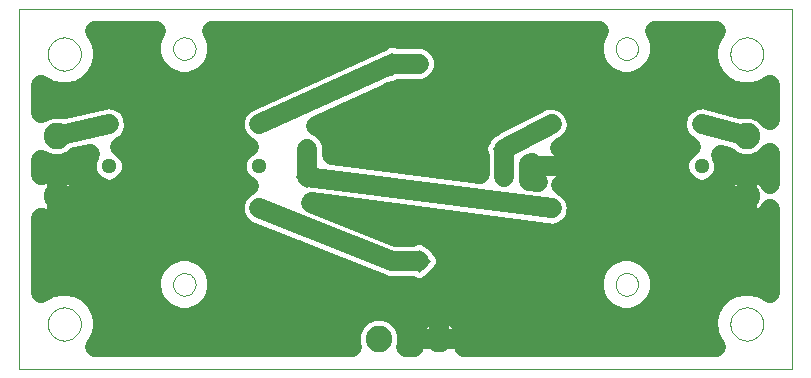
<source format=gtl>
G75*
G70*
%OFA0B0*%
%FSLAX24Y24*%
%IPPOS*%
%LPD*%
%AMOC8*
5,1,8,0,0,1.08239X$1,22.5*
%
%ADD10C,0.0000*%
%ADD11C,0.0512*%
%ADD12R,0.0554X0.0554*%
%ADD13C,0.0554*%
%ADD14C,0.0886*%
%ADD15C,0.0660*%
D10*
X000433Y000433D02*
X000433Y012433D01*
X026183Y012433D01*
X026183Y000433D01*
X000433Y000433D01*
X001382Y001933D02*
X001384Y001980D01*
X001390Y002026D01*
X001400Y002072D01*
X001413Y002117D01*
X001431Y002160D01*
X001452Y002202D01*
X001476Y002242D01*
X001504Y002279D01*
X001535Y002314D01*
X001569Y002347D01*
X001605Y002376D01*
X001644Y002402D01*
X001685Y002425D01*
X001728Y002444D01*
X001772Y002460D01*
X001817Y002472D01*
X001863Y002480D01*
X001910Y002484D01*
X001956Y002484D01*
X002003Y002480D01*
X002049Y002472D01*
X002094Y002460D01*
X002138Y002444D01*
X002181Y002425D01*
X002222Y002402D01*
X002261Y002376D01*
X002297Y002347D01*
X002331Y002314D01*
X002362Y002279D01*
X002390Y002242D01*
X002414Y002202D01*
X002435Y002160D01*
X002453Y002117D01*
X002466Y002072D01*
X002476Y002026D01*
X002482Y001980D01*
X002484Y001933D01*
X002482Y001886D01*
X002476Y001840D01*
X002466Y001794D01*
X002453Y001749D01*
X002435Y001706D01*
X002414Y001664D01*
X002390Y001624D01*
X002362Y001587D01*
X002331Y001552D01*
X002297Y001519D01*
X002261Y001490D01*
X002222Y001464D01*
X002181Y001441D01*
X002138Y001422D01*
X002094Y001406D01*
X002049Y001394D01*
X002003Y001386D01*
X001956Y001382D01*
X001910Y001382D01*
X001863Y001386D01*
X001817Y001394D01*
X001772Y001406D01*
X001728Y001422D01*
X001685Y001441D01*
X001644Y001464D01*
X001605Y001490D01*
X001569Y001519D01*
X001535Y001552D01*
X001504Y001587D01*
X001476Y001624D01*
X001452Y001664D01*
X001431Y001706D01*
X001413Y001749D01*
X001400Y001794D01*
X001390Y001840D01*
X001384Y001886D01*
X001382Y001933D01*
X005559Y003253D02*
X005561Y003291D01*
X005567Y003330D01*
X005577Y003367D01*
X005590Y003403D01*
X005608Y003437D01*
X005628Y003470D01*
X005652Y003500D01*
X005679Y003527D01*
X005709Y003552D01*
X005740Y003574D01*
X005774Y003592D01*
X005810Y003606D01*
X005847Y003617D01*
X005885Y003624D01*
X005923Y003627D01*
X005962Y003626D01*
X006000Y003621D01*
X006038Y003612D01*
X006074Y003599D01*
X006109Y003583D01*
X006142Y003563D01*
X006173Y003540D01*
X006201Y003514D01*
X006226Y003485D01*
X006249Y003454D01*
X006268Y003420D01*
X006283Y003385D01*
X006295Y003348D01*
X006303Y003311D01*
X006307Y003272D01*
X006307Y003234D01*
X006303Y003195D01*
X006295Y003158D01*
X006283Y003121D01*
X006268Y003086D01*
X006249Y003052D01*
X006226Y003021D01*
X006201Y002992D01*
X006173Y002966D01*
X006142Y002943D01*
X006109Y002923D01*
X006074Y002907D01*
X006038Y002894D01*
X006000Y002885D01*
X005962Y002880D01*
X005923Y002879D01*
X005885Y002882D01*
X005847Y002889D01*
X005810Y002900D01*
X005774Y002914D01*
X005740Y002932D01*
X005709Y002954D01*
X005679Y002979D01*
X005652Y003006D01*
X005628Y003036D01*
X005608Y003069D01*
X005590Y003103D01*
X005577Y003139D01*
X005567Y003176D01*
X005561Y003215D01*
X005559Y003253D01*
X020309Y003253D02*
X020311Y003291D01*
X020317Y003330D01*
X020327Y003367D01*
X020340Y003403D01*
X020358Y003437D01*
X020378Y003470D01*
X020402Y003500D01*
X020429Y003527D01*
X020459Y003552D01*
X020490Y003574D01*
X020524Y003592D01*
X020560Y003606D01*
X020597Y003617D01*
X020635Y003624D01*
X020673Y003627D01*
X020712Y003626D01*
X020750Y003621D01*
X020788Y003612D01*
X020824Y003599D01*
X020859Y003583D01*
X020892Y003563D01*
X020923Y003540D01*
X020951Y003514D01*
X020976Y003485D01*
X020999Y003454D01*
X021018Y003420D01*
X021033Y003385D01*
X021045Y003348D01*
X021053Y003311D01*
X021057Y003272D01*
X021057Y003234D01*
X021053Y003195D01*
X021045Y003158D01*
X021033Y003121D01*
X021018Y003086D01*
X020999Y003052D01*
X020976Y003021D01*
X020951Y002992D01*
X020923Y002966D01*
X020892Y002943D01*
X020859Y002923D01*
X020824Y002907D01*
X020788Y002894D01*
X020750Y002885D01*
X020712Y002880D01*
X020673Y002879D01*
X020635Y002882D01*
X020597Y002889D01*
X020560Y002900D01*
X020524Y002914D01*
X020490Y002932D01*
X020459Y002954D01*
X020429Y002979D01*
X020402Y003006D01*
X020378Y003036D01*
X020358Y003069D01*
X020340Y003103D01*
X020327Y003139D01*
X020317Y003176D01*
X020311Y003215D01*
X020309Y003253D01*
X024132Y001933D02*
X024134Y001980D01*
X024140Y002026D01*
X024150Y002072D01*
X024163Y002117D01*
X024181Y002160D01*
X024202Y002202D01*
X024226Y002242D01*
X024254Y002279D01*
X024285Y002314D01*
X024319Y002347D01*
X024355Y002376D01*
X024394Y002402D01*
X024435Y002425D01*
X024478Y002444D01*
X024522Y002460D01*
X024567Y002472D01*
X024613Y002480D01*
X024660Y002484D01*
X024706Y002484D01*
X024753Y002480D01*
X024799Y002472D01*
X024844Y002460D01*
X024888Y002444D01*
X024931Y002425D01*
X024972Y002402D01*
X025011Y002376D01*
X025047Y002347D01*
X025081Y002314D01*
X025112Y002279D01*
X025140Y002242D01*
X025164Y002202D01*
X025185Y002160D01*
X025203Y002117D01*
X025216Y002072D01*
X025226Y002026D01*
X025232Y001980D01*
X025234Y001933D01*
X025232Y001886D01*
X025226Y001840D01*
X025216Y001794D01*
X025203Y001749D01*
X025185Y001706D01*
X025164Y001664D01*
X025140Y001624D01*
X025112Y001587D01*
X025081Y001552D01*
X025047Y001519D01*
X025011Y001490D01*
X024972Y001464D01*
X024931Y001441D01*
X024888Y001422D01*
X024844Y001406D01*
X024799Y001394D01*
X024753Y001386D01*
X024706Y001382D01*
X024660Y001382D01*
X024613Y001386D01*
X024567Y001394D01*
X024522Y001406D01*
X024478Y001422D01*
X024435Y001441D01*
X024394Y001464D01*
X024355Y001490D01*
X024319Y001519D01*
X024285Y001552D01*
X024254Y001587D01*
X024226Y001624D01*
X024202Y001664D01*
X024181Y001706D01*
X024163Y001749D01*
X024150Y001794D01*
X024140Y001840D01*
X024134Y001886D01*
X024132Y001933D01*
X024132Y010933D02*
X024134Y010980D01*
X024140Y011026D01*
X024150Y011072D01*
X024163Y011117D01*
X024181Y011160D01*
X024202Y011202D01*
X024226Y011242D01*
X024254Y011279D01*
X024285Y011314D01*
X024319Y011347D01*
X024355Y011376D01*
X024394Y011402D01*
X024435Y011425D01*
X024478Y011444D01*
X024522Y011460D01*
X024567Y011472D01*
X024613Y011480D01*
X024660Y011484D01*
X024706Y011484D01*
X024753Y011480D01*
X024799Y011472D01*
X024844Y011460D01*
X024888Y011444D01*
X024931Y011425D01*
X024972Y011402D01*
X025011Y011376D01*
X025047Y011347D01*
X025081Y011314D01*
X025112Y011279D01*
X025140Y011242D01*
X025164Y011202D01*
X025185Y011160D01*
X025203Y011117D01*
X025216Y011072D01*
X025226Y011026D01*
X025232Y010980D01*
X025234Y010933D01*
X025232Y010886D01*
X025226Y010840D01*
X025216Y010794D01*
X025203Y010749D01*
X025185Y010706D01*
X025164Y010664D01*
X025140Y010624D01*
X025112Y010587D01*
X025081Y010552D01*
X025047Y010519D01*
X025011Y010490D01*
X024972Y010464D01*
X024931Y010441D01*
X024888Y010422D01*
X024844Y010406D01*
X024799Y010394D01*
X024753Y010386D01*
X024706Y010382D01*
X024660Y010382D01*
X024613Y010386D01*
X024567Y010394D01*
X024522Y010406D01*
X024478Y010422D01*
X024435Y010441D01*
X024394Y010464D01*
X024355Y010490D01*
X024319Y010519D01*
X024285Y010552D01*
X024254Y010587D01*
X024226Y010624D01*
X024202Y010664D01*
X024181Y010706D01*
X024163Y010749D01*
X024150Y010794D01*
X024140Y010840D01*
X024134Y010886D01*
X024132Y010933D01*
X020309Y011113D02*
X020311Y011151D01*
X020317Y011190D01*
X020327Y011227D01*
X020340Y011263D01*
X020358Y011297D01*
X020378Y011330D01*
X020402Y011360D01*
X020429Y011387D01*
X020459Y011412D01*
X020490Y011434D01*
X020524Y011452D01*
X020560Y011466D01*
X020597Y011477D01*
X020635Y011484D01*
X020673Y011487D01*
X020712Y011486D01*
X020750Y011481D01*
X020788Y011472D01*
X020824Y011459D01*
X020859Y011443D01*
X020892Y011423D01*
X020923Y011400D01*
X020951Y011374D01*
X020976Y011345D01*
X020999Y011314D01*
X021018Y011280D01*
X021033Y011245D01*
X021045Y011208D01*
X021053Y011171D01*
X021057Y011132D01*
X021057Y011094D01*
X021053Y011055D01*
X021045Y011018D01*
X021033Y010981D01*
X021018Y010946D01*
X020999Y010912D01*
X020976Y010881D01*
X020951Y010852D01*
X020923Y010826D01*
X020892Y010803D01*
X020859Y010783D01*
X020824Y010767D01*
X020788Y010754D01*
X020750Y010745D01*
X020712Y010740D01*
X020673Y010739D01*
X020635Y010742D01*
X020597Y010749D01*
X020560Y010760D01*
X020524Y010774D01*
X020490Y010792D01*
X020459Y010814D01*
X020429Y010839D01*
X020402Y010866D01*
X020378Y010896D01*
X020358Y010929D01*
X020340Y010963D01*
X020327Y010999D01*
X020317Y011036D01*
X020311Y011075D01*
X020309Y011113D01*
X005559Y011113D02*
X005561Y011151D01*
X005567Y011190D01*
X005577Y011227D01*
X005590Y011263D01*
X005608Y011297D01*
X005628Y011330D01*
X005652Y011360D01*
X005679Y011387D01*
X005709Y011412D01*
X005740Y011434D01*
X005774Y011452D01*
X005810Y011466D01*
X005847Y011477D01*
X005885Y011484D01*
X005923Y011487D01*
X005962Y011486D01*
X006000Y011481D01*
X006038Y011472D01*
X006074Y011459D01*
X006109Y011443D01*
X006142Y011423D01*
X006173Y011400D01*
X006201Y011374D01*
X006226Y011345D01*
X006249Y011314D01*
X006268Y011280D01*
X006283Y011245D01*
X006295Y011208D01*
X006303Y011171D01*
X006307Y011132D01*
X006307Y011094D01*
X006303Y011055D01*
X006295Y011018D01*
X006283Y010981D01*
X006268Y010946D01*
X006249Y010912D01*
X006226Y010881D01*
X006201Y010852D01*
X006173Y010826D01*
X006142Y010803D01*
X006109Y010783D01*
X006074Y010767D01*
X006038Y010754D01*
X006000Y010745D01*
X005962Y010740D01*
X005923Y010739D01*
X005885Y010742D01*
X005847Y010749D01*
X005810Y010760D01*
X005774Y010774D01*
X005740Y010792D01*
X005709Y010814D01*
X005679Y010839D01*
X005652Y010866D01*
X005628Y010896D01*
X005608Y010929D01*
X005590Y010963D01*
X005577Y010999D01*
X005567Y011036D01*
X005561Y011075D01*
X005559Y011113D01*
X001382Y010933D02*
X001384Y010980D01*
X001390Y011026D01*
X001400Y011072D01*
X001413Y011117D01*
X001431Y011160D01*
X001452Y011202D01*
X001476Y011242D01*
X001504Y011279D01*
X001535Y011314D01*
X001569Y011347D01*
X001605Y011376D01*
X001644Y011402D01*
X001685Y011425D01*
X001728Y011444D01*
X001772Y011460D01*
X001817Y011472D01*
X001863Y011480D01*
X001910Y011484D01*
X001956Y011484D01*
X002003Y011480D01*
X002049Y011472D01*
X002094Y011460D01*
X002138Y011444D01*
X002181Y011425D01*
X002222Y011402D01*
X002261Y011376D01*
X002297Y011347D01*
X002331Y011314D01*
X002362Y011279D01*
X002390Y011242D01*
X002414Y011202D01*
X002435Y011160D01*
X002453Y011117D01*
X002466Y011072D01*
X002476Y011026D01*
X002482Y010980D01*
X002484Y010933D01*
X002482Y010886D01*
X002476Y010840D01*
X002466Y010794D01*
X002453Y010749D01*
X002435Y010706D01*
X002414Y010664D01*
X002390Y010624D01*
X002362Y010587D01*
X002331Y010552D01*
X002297Y010519D01*
X002261Y010490D01*
X002222Y010464D01*
X002181Y010441D01*
X002138Y010422D01*
X002094Y010406D01*
X002049Y010394D01*
X002003Y010386D01*
X001956Y010382D01*
X001910Y010382D01*
X001863Y010386D01*
X001817Y010394D01*
X001772Y010406D01*
X001728Y010422D01*
X001685Y010441D01*
X001644Y010464D01*
X001605Y010490D01*
X001569Y010519D01*
X001535Y010552D01*
X001504Y010587D01*
X001476Y010624D01*
X001452Y010664D01*
X001431Y010706D01*
X001413Y010749D01*
X001400Y010794D01*
X001390Y010840D01*
X001384Y010886D01*
X001382Y010933D01*
D11*
X003433Y008583D03*
X003433Y007183D03*
X003433Y005783D03*
X008433Y005783D03*
X008433Y007183D03*
X008433Y008583D03*
X018183Y008583D03*
X018183Y007183D03*
X018183Y005783D03*
X023183Y005783D03*
X023183Y007183D03*
X023183Y008583D03*
D12*
G36*
X016598Y008160D02*
X016989Y007769D01*
X016598Y007378D01*
X016207Y007769D01*
X016598Y008160D01*
G37*
G36*
X012457Y010598D02*
X012848Y010989D01*
X013239Y010598D01*
X012848Y010207D01*
X012457Y010598D01*
G37*
G36*
X010019Y006457D02*
X009628Y006848D01*
X010019Y007239D01*
X010410Y006848D01*
X010019Y006457D01*
G37*
G36*
X014160Y004019D02*
X013769Y003628D01*
X013378Y004019D01*
X013769Y004410D01*
X014160Y004019D01*
G37*
D13*
X012848Y004019D03*
X016598Y006848D03*
X010019Y007769D03*
X013769Y010598D03*
D14*
X024683Y008183D03*
X024683Y006183D03*
X014433Y001433D03*
X012433Y001433D03*
X001683Y006183D03*
X001683Y008183D03*
D15*
X003433Y008583D01*
X004147Y008994D02*
X007712Y008994D01*
X007722Y009023D02*
X007608Y008717D01*
X007620Y008391D01*
X007755Y008095D01*
X007994Y007872D01*
X008075Y007842D01*
X008011Y007816D01*
X007801Y007606D01*
X007687Y007332D01*
X007687Y007035D01*
X007801Y006761D01*
X008011Y006551D01*
X008078Y006523D01*
X007960Y006473D01*
X007732Y006239D01*
X007611Y005936D01*
X007615Y005610D01*
X007744Y005310D01*
X007978Y005082D01*
X012539Y003260D01*
X012684Y003199D01*
X012690Y003199D01*
X012695Y003197D01*
X012853Y003199D01*
X013522Y003199D01*
X013672Y003137D01*
X013867Y003137D01*
X014047Y003212D01*
X014106Y003271D01*
X014234Y003324D01*
X014464Y003555D01*
X014517Y003682D01*
X014576Y003742D01*
X014651Y003922D01*
X014651Y004117D01*
X014576Y004297D01*
X014517Y004356D01*
X014464Y004484D01*
X014234Y004714D01*
X014106Y004767D01*
X014047Y004826D01*
X013867Y004901D01*
X013672Y004901D01*
X013522Y004839D01*
X013005Y004839D01*
X010151Y005980D01*
X010194Y005998D01*
X018239Y004949D01*
X018554Y005034D01*
X018813Y005233D01*
X018975Y005516D01*
X019018Y005839D01*
X018933Y006154D01*
X018734Y006413D01*
X018475Y006562D01*
X018487Y006567D01*
X018565Y006612D01*
X018637Y006667D01*
X018700Y006730D01*
X018755Y006801D01*
X018800Y006879D01*
X018834Y006962D01*
X018858Y007049D01*
X018869Y007138D01*
X018869Y007183D01*
X018184Y007183D01*
X018184Y007184D01*
X018869Y007184D01*
X018869Y007228D01*
X018858Y007317D01*
X018834Y007404D01*
X018800Y007487D01*
X018755Y007565D01*
X018700Y007637D01*
X018637Y007700D01*
X018565Y007755D01*
X018487Y007800D01*
X018468Y007808D01*
X018703Y007928D01*
X018914Y008177D01*
X019014Y008488D01*
X018987Y008813D01*
X018838Y009103D01*
X018590Y009314D01*
X018279Y009414D01*
X017954Y009387D01*
X016520Y008651D01*
X016500Y008651D01*
X016320Y008576D01*
X016262Y008519D01*
X016253Y008514D01*
X016133Y008464D01*
X016109Y008440D01*
X016078Y008424D01*
X015994Y008325D01*
X015902Y008234D01*
X015889Y008202D01*
X015867Y008175D01*
X015842Y008099D01*
X015790Y008047D01*
X015716Y007867D01*
X015716Y007672D01*
X015778Y007522D01*
X015778Y006924D01*
X010839Y007568D01*
X010839Y007932D01*
X010714Y008234D01*
X010484Y008464D01*
X010307Y008537D01*
X012890Y009716D01*
X012945Y009716D01*
X013095Y009778D01*
X013932Y009778D01*
X014234Y009902D01*
X014464Y010133D01*
X014589Y010434D01*
X014589Y010761D01*
X014464Y011062D01*
X014234Y011293D01*
X013932Y011418D01*
X013095Y011418D01*
X012945Y011480D01*
X012750Y011480D01*
X012570Y011405D01*
X012511Y011346D01*
X012383Y011293D01*
X012372Y011282D01*
X007945Y009262D01*
X007722Y009023D01*
X008433Y008583D02*
X012848Y010598D01*
X013769Y010598D01*
X014538Y010312D02*
X019924Y010312D01*
X020005Y010230D02*
X019800Y010435D01*
X019655Y010687D01*
X019579Y010968D01*
X019579Y011259D01*
X019655Y011539D01*
X019749Y011703D01*
X006867Y011703D01*
X006962Y011539D01*
X007037Y011259D01*
X007037Y010968D01*
X006962Y010687D01*
X006817Y010435D01*
X006611Y010230D01*
X006359Y010085D01*
X006079Y010009D01*
X005788Y010009D01*
X005507Y010085D01*
X005255Y010230D01*
X005050Y010435D01*
X004905Y010687D01*
X004829Y010968D01*
X004829Y011259D01*
X004905Y011539D01*
X004999Y011703D01*
X002968Y011703D01*
X003127Y011428D01*
X003215Y011102D01*
X003215Y010765D01*
X003127Y010439D01*
X002959Y010147D01*
X002720Y009908D01*
X002428Y009740D01*
X002102Y009652D01*
X001765Y009652D01*
X001439Y009740D01*
X001163Y009899D01*
X001163Y008978D01*
X001498Y009116D01*
X001869Y009116D01*
X001946Y009084D01*
X003410Y009419D01*
X003731Y009365D01*
X004008Y009191D01*
X004196Y008925D01*
X004269Y008607D01*
X004215Y008285D01*
X004041Y008009D01*
X003801Y007839D01*
X003856Y007816D01*
X004066Y007606D01*
X004179Y007332D01*
X004179Y007035D01*
X004066Y006761D01*
X003856Y006551D01*
X003605Y006447D01*
X003654Y006434D01*
X003737Y006400D01*
X003815Y006355D01*
X003887Y006300D01*
X003950Y006237D01*
X004005Y006165D01*
X004050Y006087D01*
X004084Y006004D01*
X004108Y005917D01*
X004119Y005828D01*
X004119Y005784D01*
X003434Y005784D01*
X003434Y005783D01*
X004119Y005783D01*
X004119Y005738D01*
X004108Y005649D01*
X004084Y005562D01*
X004050Y005479D01*
X004005Y005401D01*
X003950Y005330D01*
X003887Y005267D01*
X003815Y005212D01*
X003737Y005167D01*
X003654Y005132D01*
X003567Y005109D01*
X003478Y005097D01*
X003434Y005097D01*
X003434Y005783D01*
X003433Y005783D01*
X002747Y005783D01*
X002747Y005738D01*
X002759Y005649D01*
X002782Y005562D01*
X002817Y005479D01*
X002862Y005401D01*
X002917Y005330D01*
X002980Y005267D01*
X003051Y005212D01*
X003129Y005167D01*
X003212Y005132D01*
X003299Y005109D01*
X003388Y005097D01*
X003433Y005097D01*
X003433Y005783D01*
X003433Y005784D01*
X002747Y005784D01*
X002747Y005828D01*
X002759Y005917D01*
X002782Y006004D01*
X002817Y006087D01*
X002862Y006165D01*
X002917Y006237D01*
X002980Y006300D01*
X003051Y006355D01*
X003129Y006400D01*
X003212Y006434D01*
X003261Y006447D01*
X003011Y006551D01*
X002801Y006761D01*
X002687Y007035D01*
X002687Y007332D01*
X002797Y007597D01*
X002303Y007484D01*
X002212Y007392D01*
X001869Y007250D01*
X001498Y007250D01*
X001163Y007389D01*
X001163Y006885D01*
X001197Y006911D01*
X001296Y006968D01*
X001402Y007012D01*
X001513Y007041D01*
X001626Y007056D01*
X001683Y007056D01*
X001683Y006184D01*
X001684Y006184D01*
X001684Y007056D01*
X001741Y007056D01*
X001854Y007041D01*
X001965Y007012D01*
X002070Y006968D01*
X002169Y006911D01*
X002260Y006841D01*
X002341Y006760D01*
X002411Y006669D01*
X002468Y006570D01*
X002512Y006465D01*
X002541Y006354D01*
X002556Y006241D01*
X002556Y006184D01*
X001684Y006184D01*
X001684Y006183D01*
X002556Y006183D01*
X002556Y006126D01*
X002541Y006013D01*
X002512Y005902D01*
X002468Y005796D01*
X002411Y005697D01*
X002341Y005607D01*
X002260Y005526D01*
X002169Y005456D01*
X002070Y005399D01*
X001965Y005355D01*
X001854Y005325D01*
X001741Y005310D01*
X001684Y005310D01*
X001684Y006183D01*
X001683Y006183D01*
X001683Y005310D01*
X001626Y005310D01*
X001513Y005325D01*
X001402Y005355D01*
X001296Y005399D01*
X001197Y005456D01*
X001163Y005482D01*
X001163Y002968D01*
X001439Y003127D01*
X001765Y003215D01*
X002102Y003215D01*
X002428Y003127D01*
X002720Y002959D01*
X002959Y002720D01*
X003127Y002428D01*
X003215Y002102D01*
X003215Y001765D01*
X003127Y001439D01*
X002968Y001163D01*
X011535Y001163D01*
X011500Y001248D01*
X011500Y001619D01*
X011642Y001962D01*
X011905Y002224D01*
X012248Y002366D01*
X012619Y002366D01*
X012962Y002224D01*
X013224Y001962D01*
X013366Y001619D01*
X013366Y001248D01*
X013331Y001163D01*
X013602Y001163D01*
X013575Y001263D01*
X013560Y001376D01*
X013560Y001433D01*
X014433Y001433D01*
X014433Y001434D01*
X014433Y002306D01*
X014376Y002306D01*
X014263Y002291D01*
X014152Y002262D01*
X014046Y002218D01*
X013947Y002161D01*
X013857Y002091D01*
X013776Y002010D01*
X013706Y001919D01*
X013649Y001820D01*
X013605Y001715D01*
X013575Y001604D01*
X013560Y001491D01*
X013560Y001434D01*
X014433Y001434D01*
X014434Y001434D01*
X014434Y002306D01*
X014491Y002306D01*
X014604Y002291D01*
X014715Y002262D01*
X014820Y002218D01*
X014919Y002161D01*
X015010Y002091D01*
X015091Y002010D01*
X015161Y001919D01*
X015218Y001820D01*
X015262Y001715D01*
X015291Y001604D01*
X015306Y001491D01*
X015306Y001434D01*
X014434Y001434D01*
X014434Y001433D01*
X015306Y001433D01*
X015306Y001376D01*
X015291Y001263D01*
X015265Y001163D01*
X023649Y001163D01*
X023490Y001439D01*
X023402Y001765D01*
X023402Y002102D01*
X023490Y002428D01*
X023658Y002720D01*
X023897Y002959D01*
X024189Y003127D01*
X024515Y003215D01*
X024852Y003215D01*
X025178Y003127D01*
X025453Y002968D01*
X025453Y005771D01*
X025411Y005697D01*
X025341Y005607D01*
X025260Y005526D01*
X025169Y005456D01*
X025070Y005399D01*
X024965Y005355D01*
X024854Y005325D01*
X024741Y005310D01*
X024684Y005310D01*
X024684Y006183D01*
X024683Y006183D01*
X024683Y005310D01*
X024626Y005310D01*
X024513Y005325D01*
X024402Y005355D01*
X024296Y005399D01*
X024197Y005456D01*
X024107Y005526D01*
X024026Y005607D01*
X023956Y005697D01*
X023899Y005796D01*
X023862Y005886D01*
X023869Y005828D01*
X023869Y005784D01*
X023184Y005784D01*
X023184Y005783D01*
X023869Y005783D01*
X023869Y005738D01*
X023858Y005649D01*
X023834Y005562D01*
X023800Y005479D01*
X023755Y005401D01*
X023700Y005330D01*
X023637Y005267D01*
X023565Y005212D01*
X023487Y005167D01*
X023404Y005132D01*
X023317Y005109D01*
X023228Y005097D01*
X023184Y005097D01*
X023184Y005783D01*
X023183Y005783D01*
X023183Y005097D01*
X023138Y005097D01*
X023049Y005109D01*
X022962Y005132D01*
X022879Y005167D01*
X022801Y005212D01*
X022730Y005267D01*
X022667Y005330D01*
X022612Y005401D01*
X022567Y005479D01*
X022532Y005562D01*
X022509Y005649D01*
X022497Y005738D01*
X022497Y005783D01*
X023183Y005783D01*
X023183Y005784D01*
X022497Y005784D01*
X022497Y005828D01*
X022509Y005917D01*
X022532Y006004D01*
X022567Y006087D01*
X022612Y006165D01*
X022667Y006237D01*
X022730Y006300D01*
X022801Y006355D01*
X022879Y006400D01*
X022962Y006434D01*
X023011Y006447D01*
X022761Y006551D01*
X022551Y006761D01*
X022437Y007035D01*
X022437Y007332D01*
X022551Y007606D01*
X022761Y007816D01*
X022810Y007836D01*
X022555Y008031D01*
X022392Y008314D01*
X022349Y008637D01*
X022433Y008952D01*
X022631Y009211D01*
X022914Y009375D01*
X023237Y009418D01*
X024447Y009095D01*
X024498Y009116D01*
X024869Y009116D01*
X025212Y008974D01*
X025453Y008733D01*
X025453Y009899D01*
X025178Y009740D01*
X024852Y009652D01*
X024515Y009652D01*
X024189Y009740D01*
X023897Y009908D01*
X023658Y010147D01*
X023490Y010439D01*
X023402Y010765D01*
X023402Y011102D01*
X023490Y011428D01*
X023649Y011703D01*
X021617Y011703D01*
X021712Y011539D01*
X021787Y011259D01*
X021787Y010968D01*
X021712Y010687D01*
X021567Y010435D01*
X021361Y010230D01*
X021109Y010085D01*
X020829Y010009D01*
X020538Y010009D01*
X020257Y010085D01*
X020005Y010230D01*
X021443Y010312D02*
X023563Y010312D01*
X023402Y010970D02*
X021787Y010970D01*
X021661Y011629D02*
X023605Y011629D01*
X019706Y011629D02*
X006911Y011629D01*
X007037Y010970D02*
X011689Y010970D01*
X010246Y010312D02*
X006693Y010312D01*
X005174Y010312D02*
X003054Y010312D01*
X003215Y010970D02*
X004829Y010970D01*
X004956Y011629D02*
X003011Y011629D01*
X002105Y009653D02*
X008802Y009653D01*
X011309Y008994D02*
X017189Y008994D01*
X018183Y008583D02*
X016598Y007769D01*
X016598Y006848D01*
X017418Y006710D02*
X017418Y007268D01*
X017509Y007315D01*
X017497Y007228D01*
X017497Y007184D01*
X018183Y007184D01*
X018183Y007183D01*
X017497Y007183D01*
X017497Y007138D01*
X017509Y007049D01*
X017532Y006962D01*
X017567Y006879D01*
X017612Y006801D01*
X017667Y006730D01*
X017727Y006670D01*
X017418Y006710D01*
X017418Y007019D02*
X017517Y007019D01*
X018659Y007677D02*
X022623Y007677D01*
X023834Y007561D02*
X023929Y007332D01*
X023929Y007035D01*
X023816Y006761D01*
X023606Y006551D01*
X023355Y006447D01*
X023404Y006434D01*
X023487Y006400D01*
X023565Y006355D01*
X023637Y006300D01*
X023700Y006237D01*
X023755Y006165D01*
X023800Y006087D01*
X023823Y006032D01*
X023810Y006126D01*
X023810Y006183D01*
X024683Y006183D01*
X024683Y006184D01*
X024683Y007056D01*
X024626Y007056D01*
X024513Y007041D01*
X024402Y007012D01*
X024296Y006968D01*
X024197Y006911D01*
X024107Y006841D01*
X024026Y006760D01*
X023956Y006669D01*
X023899Y006570D01*
X023855Y006465D01*
X023825Y006354D01*
X023810Y006241D01*
X023810Y006184D01*
X024683Y006184D01*
X024684Y006184D01*
X024684Y007056D01*
X024741Y007056D01*
X024854Y007041D01*
X024965Y007012D01*
X025070Y006968D01*
X025169Y006911D01*
X025260Y006841D01*
X025341Y006760D01*
X025411Y006669D01*
X025453Y006595D01*
X025453Y007634D01*
X025212Y007392D01*
X024869Y007250D01*
X024498Y007250D01*
X024155Y007392D01*
X024042Y007506D01*
X023834Y007561D01*
X023923Y007019D02*
X024429Y007019D01*
X024683Y007019D02*
X024684Y007019D01*
X024938Y007019D02*
X025453Y007019D01*
X024684Y006360D02*
X024683Y006360D01*
X024683Y006183D02*
X023183Y005783D01*
X023183Y005702D02*
X023184Y005702D01*
X023864Y005702D02*
X023953Y005702D01*
X024683Y005702D02*
X024684Y005702D01*
X025413Y005702D02*
X025453Y005702D01*
X025453Y005043D02*
X018566Y005043D01*
X017518Y005043D02*
X012495Y005043D01*
X012466Y005702D02*
X010847Y005702D01*
X010019Y006848D02*
X018183Y005783D01*
X019000Y005702D02*
X022502Y005702D01*
X022811Y006360D02*
X018774Y006360D01*
X018849Y007019D02*
X022444Y007019D01*
X023556Y006360D02*
X023827Y006360D01*
X024683Y008183D02*
X023183Y008583D01*
X022465Y008994D02*
X018894Y008994D01*
X018965Y008336D02*
X022389Y008336D01*
X025163Y008994D02*
X025453Y008994D01*
X025453Y009653D02*
X024855Y009653D01*
X024512Y009653D02*
X012753Y009653D01*
X014502Y010970D02*
X019579Y010970D01*
X016003Y008336D02*
X010612Y008336D01*
X010019Y007769D02*
X010019Y006848D01*
X010839Y007677D02*
X015716Y007677D01*
X015778Y007019D02*
X015049Y007019D01*
X014505Y004385D02*
X025453Y004385D01*
X025453Y003726D02*
X021685Y003726D01*
X021712Y003679D02*
X021567Y003931D01*
X021361Y004137D01*
X021109Y004282D01*
X020829Y004357D01*
X020538Y004357D01*
X020257Y004282D01*
X020005Y004137D01*
X019800Y003931D01*
X019655Y003679D01*
X019579Y003399D01*
X019579Y003108D01*
X019655Y002827D01*
X019800Y002575D01*
X020005Y002370D01*
X020257Y002225D01*
X020538Y002149D01*
X020829Y002149D01*
X021109Y002225D01*
X021361Y002370D01*
X021567Y002575D01*
X021712Y002827D01*
X021787Y003108D01*
X021787Y003399D01*
X021712Y003679D01*
X021776Y003068D02*
X024086Y003068D01*
X025281Y003068D02*
X025453Y003068D01*
X023484Y002409D02*
X021400Y002409D01*
X019966Y002409D02*
X006650Y002409D01*
X006611Y002370D02*
X006817Y002575D01*
X006962Y002827D01*
X007037Y003108D01*
X007037Y003399D01*
X006962Y003679D01*
X006817Y003931D01*
X006611Y004137D01*
X006359Y004282D01*
X006079Y004357D01*
X005788Y004357D01*
X005507Y004282D01*
X005255Y004137D01*
X005050Y003931D01*
X004905Y003679D01*
X004829Y003399D01*
X004829Y003108D01*
X004905Y002827D01*
X005050Y002575D01*
X005255Y002370D01*
X005507Y002225D01*
X005788Y002149D01*
X006079Y002149D01*
X006359Y002225D01*
X006611Y002370D01*
X007026Y003068D02*
X019590Y003068D01*
X019682Y003726D02*
X014561Y003726D01*
X013769Y004019D02*
X012848Y004019D01*
X008433Y005783D01*
X007614Y005702D02*
X004114Y005702D01*
X003434Y005702D02*
X003433Y005702D01*
X003433Y005783D02*
X001683Y006183D01*
X001683Y006360D02*
X001684Y006360D01*
X002540Y006360D02*
X003061Y006360D01*
X003806Y006360D02*
X007851Y006360D01*
X007694Y007019D02*
X004173Y007019D01*
X003994Y007677D02*
X007873Y007677D01*
X007645Y008336D02*
X004223Y008336D01*
X002694Y007019D02*
X001938Y007019D01*
X001684Y007019D02*
X001683Y007019D01*
X001429Y007019D02*
X001163Y007019D01*
X001683Y005702D02*
X001684Y005702D01*
X002413Y005702D02*
X002752Y005702D01*
X001163Y005043D02*
X008076Y005043D01*
X009724Y004385D02*
X001163Y004385D01*
X001163Y003726D02*
X004932Y003726D01*
X004840Y003068D02*
X002531Y003068D01*
X001336Y003068D02*
X001163Y003068D01*
X003132Y002409D02*
X005216Y002409D01*
X003211Y001750D02*
X011555Y001750D01*
X013312Y001750D02*
X013620Y001750D01*
X014433Y001750D02*
X014434Y001750D01*
X015247Y001750D02*
X023406Y001750D01*
X011371Y003726D02*
X006935Y003726D01*
X001204Y008994D02*
X001163Y008994D01*
X001163Y009653D02*
X001762Y009653D01*
M02*

</source>
